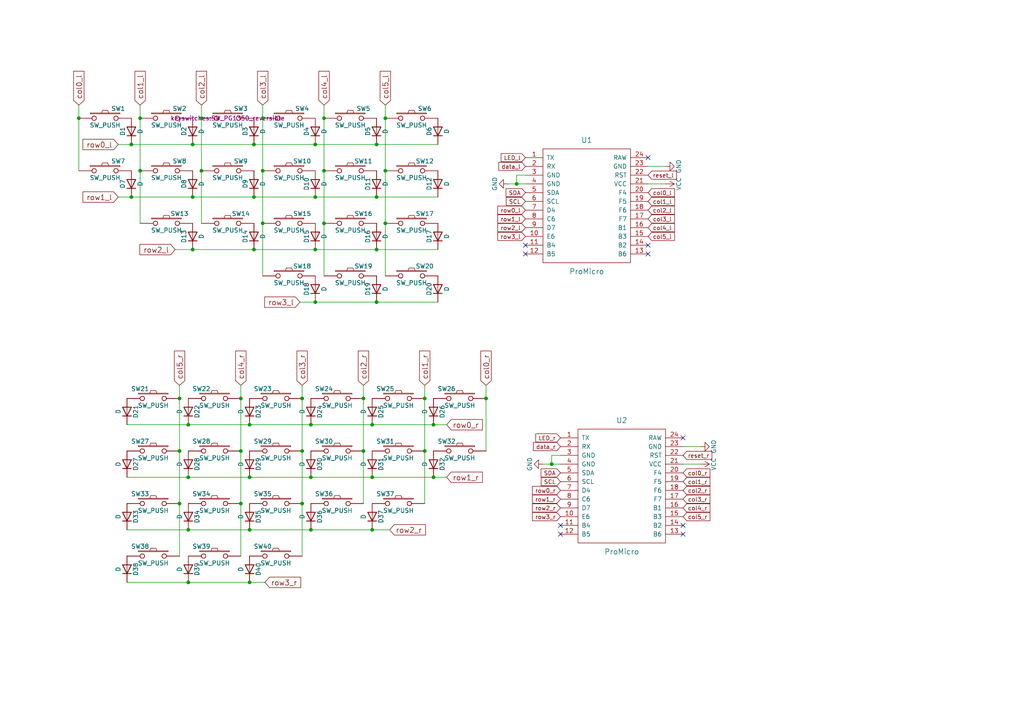
<source format=kicad_sch>
(kicad_sch (version 20211123) (generator eeschema)
  (paper "A4")
  (lib_symbols
    (symbol "Device:D" (pin_numbers hide) (pin_names (offset 1.016) hide)
      (property "Reference" "D" (at 0 2.54 0))
      (property "Value" "D" (at 0 -2.54 0))
      (symbol "D_0_1"
        (polyline (pts (xy -1.27 1.27) (xy -1.27 -1.27)) (stroke (width 0.254)))
        (polyline (pts (xy 1.27 0) (xy -1.27 0)))
        (polyline (pts (xy 1.27 1.27) (xy 1.27 -1.27) (xy -1.27 0) (xy 1.27 1.27)) (stroke (width 0.254)))
      )
      (symbol "D_1_1"
        (pin passive line (at -3.81 0 0) (length 2.54) (name "K") (number "1"))
        (pin passive line (at 3.81 0 180) (length 2.54) (name "A") (number "2"))
      )
    )
    (symbol "corne-light-rescue:ProMicro-kbd" (pin_names (offset 1.016))
      (property "Reference" "U" (at 0 24.13 0))
      (property "Value" "corne-light-rescue_ProMicro-kbd" (at 0 -13.97 0))
      (symbol "ProMicro-kbd_0_1"
        (rectangle (start -12.7 21.59) (end 12.7 -11.43))
      )
      (symbol "ProMicro-kbd_1_1"
        (pin bidirectional line (at -17.78 19.05 0) (length 5.08) (name "TX") (number "1"))
        (pin bidirectional line (at -17.78 -3.81 0) (length 5.08) (name "E6") (number "10"))
        (pin bidirectional line (at -17.78 -6.35 0) (length 5.08) (name "B4") (number "11"))
        (pin bidirectional line (at -17.78 -8.89 0) (length 5.08) (name "B5") (number "12"))
        (pin bidirectional line (at 17.78 -8.89 180) (length 5.08) (name "B6") (number "13"))
        (pin bidirectional line (at 17.78 -6.35 180) (length 5.08) (name "B2") (number "14"))
        (pin bidirectional line (at 17.78 -3.81 180) (length 5.08) (name "B3") (number "15"))
        (pin bidirectional line (at 17.78 -1.27 180) (length 5.08) (name "B1") (number "16"))
        (pin bidirectional line (at 17.78 1.27 180) (length 5.08) (name "F7") (number "17"))
        (pin bidirectional line (at 17.78 3.81 180) (length 5.08) (name "F6") (number "18"))
        (pin bidirectional line (at 17.78 6.35 180) (length 5.08) (name "F5") (number "19"))
        (pin bidirectional line (at -17.78 16.51 0) (length 5.08) (name "RX") (number "2"))
        (pin bidirectional line (at 17.78 8.89 180) (length 5.08) (name "F4") (number "20"))
        (pin power_in line (at 17.78 11.43 180) (length 5.08) (name "VCC") (number "21"))
        (pin input line (at 17.78 13.97 180) (length 5.08) (name "RST") (number "22"))
        (pin power_in line (at 17.78 16.51 180) (length 5.08) (name "GND") (number "23"))
        (pin power_out line (at 17.78 19.05 180) (length 5.08) (name "RAW") (number "24"))
        (pin power_in line (at -17.78 13.97 0) (length 5.08) (name "GND") (number "3"))
        (pin power_in line (at -17.78 11.43 0) (length 5.08) (name "GND") (number "4"))
        (pin bidirectional line (at -17.78 8.89 0) (length 5.08) (name "SDA") (number "5"))
        (pin bidirectional line (at -17.78 6.35 0) (length 5.08) (name "SCL") (number "6"))
        (pin bidirectional line (at -17.78 3.81 0) (length 5.08) (name "D4") (number "7"))
        (pin bidirectional line (at -17.78 1.27 0) (length 5.08) (name "C6") (number "8"))
        (pin bidirectional line (at -17.78 -1.27 0) (length 5.08) (name "D7") (number "9"))
      )
    )
    (symbol "corne-light-rescue:SW_PUSH-kbd" (pin_numbers hide) (pin_names (offset 1.016) hide)
      (property "Reference" "SW" (at 3.81 2.794 0))
      (property "Value" "corne-light-rescue_SW_PUSH-kbd" (at 0 -2.032 0))
      (symbol "SW_PUSH-kbd_0_1"
        (rectangle (start -4.318 1.27) (end 4.318 1.524))
        (polyline (pts (xy -1.016 1.524) (xy -0.762 2.286) (xy 0.762 2.286) (xy 1.016 1.524)))
        (pin passive inverted (at -7.62 0 0) (length 5.08) (name "1") (number "1"))
        (pin passive inverted (at 7.62 0 180) (length 5.08) (name "2") (number "2"))
      )
    )
    (symbol "power:GND" (power) (pin_names (offset 0))
      (property "Value" "GND" (at 0 -3.81 0))
      (symbol "GND_0_1"
        (polyline (pts (xy 0 0) (xy 0 -1.27) (xy 1.27 -1.27) (xy 0 -2.54) (xy -1.27 -1.27) (xy 0 -1.27)))
      )
      (symbol "GND_1_1"
        (pin power_in line (at 0 0 270) (length 0) hide (name "GND") (number "1"))
      )
    )
    (symbol "power:VCC" (power) (pin_names (offset 0))
      (property "Value" "VCC" (at 0 3.81 0))
      (symbol "VCC_0_1"
        (polyline (pts (xy -0.762 1.27) (xy 0 2.54)))
        (polyline (pts (xy 0 0) (xy 0 2.54)))
        (polyline (pts (xy 0 2.54) (xy 0.762 1.27)))
      )
      (symbol "VCC_1_1"
        (pin power_in line (at 0 0 90) (length 0) hide (name "VCC") (number "1"))
      )
    )
  )
  (junction (at 123.19 115.57))
  (junction (at 91.44 72.39))
  (junction (at 125.73 123.19))
  (junction (at 91.44 87.63))
  (junction (at 69.85 130.81))
  (junction (at 52.07 115.57))
  (junction (at 111.76 34.29))
  (junction (at 54.61 123.19))
  (junction (at 160.02 134.62))
  (junction (at 54.61 168.91))
  (junction (at 93.98 34.29))
  (junction (at 76.2 49.53))
  (junction (at 55.88 57.15))
  (junction (at 90.17 123.19))
  (junction (at 109.22 87.63))
  (junction (at 73.66 41.91))
  (junction (at 87.63 146.05))
  (junction (at 58.42 34.29))
  (junction (at 109.22 72.39))
  (junction (at 54.61 153.67))
  (junction (at 90.17 153.67))
  (junction (at 111.76 49.53))
  (junction (at 73.66 57.15))
  (junction (at 107.95 123.19))
  (junction (at 72.39 123.19))
  (junction (at 140.97 115.57))
  (junction (at 69.85 115.57))
  (junction (at 105.41 115.57))
  (junction (at 52.07 130.81))
  (junction (at 40.64 34.29))
  (junction (at 72.39 138.43))
  (junction (at 38.1 41.91))
  (junction (at 76.2 34.29))
  (junction (at 58.42 49.53))
  (junction (at 91.44 57.15))
  (junction (at 91.44 41.91))
  (junction (at 76.2 64.77))
  (junction (at 149.86 53.34))
  (junction (at 109.22 57.15))
  (junction (at 93.98 49.53))
  (junction (at 125.73 138.43))
  (junction (at 38.1 57.15))
  (junction (at 54.61 138.43))
  (junction (at 107.95 153.67))
  (junction (at 69.85 146.05))
  (junction (at 109.22 41.91))
  (junction (at 111.76 64.77))
  (junction (at 107.95 138.43))
  (junction (at 72.39 168.91))
  (junction (at 93.98 64.77))
  (junction (at 72.39 153.67))
  (junction (at 73.66 72.39))
  (junction (at 87.63 115.57))
  (junction (at 40.64 49.53))
  (junction (at 123.19 130.81))
  (junction (at 105.41 130.81))
  (junction (at 55.88 41.91))
  (junction (at 87.63 130.81))
  (junction (at 90.17 138.43))
  (junction (at 55.88 72.39))
  (junction (at 52.07 146.05))
  (junction (at 22.86 34.29))
  (no_connect (at 162.56 154.94))
  (no_connect (at 198.12 154.94))
  (no_connect (at 198.12 127))
  (no_connect (at 187.96 45.72))
  (no_connect (at 187.96 73.66))
  (no_connect (at 152.4 73.66))
  (no_connect (at 198.12 152.4))
  (no_connect (at 162.56 152.4))
  (no_connect (at 152.4 71.12))
  (no_connect (at 187.96 71.12))
  (wire (pts (xy 76.2 64.77) (xy 76.2 80.01)))
  (wire (pts (xy 90.17 123.19) (xy 72.39 123.19)))
  (wire (pts (xy 93.98 30.48) (xy 93.98 34.29)))
  (wire (pts (xy 52.07 130.81) (xy 52.07 146.05)))
  (wire (pts (xy 52.07 146.05) (xy 52.07 161.29)))
  (wire (pts (xy 187.96 53.34) (xy 193.04 53.34)))
  (wire (pts (xy 93.98 34.29) (xy 93.98 49.53)))
  (wire (pts (xy 69.85 146.05) (xy 69.85 161.29)))
  (wire (pts (xy 72.39 123.19) (xy 54.61 123.19)))
  (wire (pts (xy 72.39 153.67) (xy 54.61 153.67)))
  (wire (pts (xy 105.41 130.81) (xy 105.41 146.05)))
  (wire (pts (xy 69.85 115.57) (xy 69.85 130.81)))
  (wire (pts (xy 129.54 123.19) (xy 125.73 123.19)))
  (wire (pts (xy 107.95 123.19) (xy 90.17 123.19)))
  (wire (pts (xy 93.98 49.53) (xy 93.98 64.77)))
  (wire (pts (xy 109.22 57.15) (xy 127 57.15)))
  (wire (pts (xy 105.41 111.76) (xy 105.41 115.57)))
  (wire (pts (xy 162.56 132.08) (xy 160.02 132.08)))
  (wire (pts (xy 111.76 49.53) (xy 111.76 64.77)))
  (wire (pts (xy 54.61 168.91) (xy 36.83 168.91)))
  (wire (pts (xy 76.835 168.91) (xy 72.39 168.91)))
  (wire (pts (xy 149.86 50.8) (xy 149.86 53.34)))
  (wire (pts (xy 69.85 111.76) (xy 69.85 115.57)))
  (wire (pts (xy 123.19 130.81) (xy 123.19 146.05)))
  (wire (pts (xy 87.63 130.81) (xy 87.63 146.05)))
  (wire (pts (xy 38.1 41.91) (xy 55.88 41.91)))
  (wire (pts (xy 22.86 34.29) (xy 22.86 49.53)))
  (wire (pts (xy 34.29 41.91) (xy 38.1 41.91)))
  (wire (pts (xy 34.29 57.15) (xy 38.1 57.15)))
  (wire (pts (xy 52.07 115.57) (xy 52.07 130.81)))
  (wire (pts (xy 198.12 134.62) (xy 203.2 134.62)))
  (wire (pts (xy 69.85 130.81) (xy 69.85 146.05)))
  (wire (pts (xy 87.63 146.05) (xy 87.63 161.29)))
  (wire (pts (xy 52.07 111.76) (xy 52.07 115.57)))
  (wire (pts (xy 54.61 123.19) (xy 36.83 123.19)))
  (wire (pts (xy 90.17 138.43) (xy 72.39 138.43)))
  (wire (pts (xy 109.22 72.39) (xy 127 72.39)))
  (wire (pts (xy 109.22 87.63) (xy 127 87.63)))
  (wire (pts (xy 54.61 153.67) (xy 36.83 153.67)))
  (wire (pts (xy 87.63 115.57) (xy 87.63 130.81)))
  (wire (pts (xy 22.86 30.48) (xy 22.86 34.29)))
  (wire (pts (xy 40.64 30.48) (xy 40.64 34.29)))
  (wire (pts (xy 140.97 115.57) (xy 140.97 130.81)))
  (wire (pts (xy 55.88 57.15) (xy 73.66 57.15)))
  (wire (pts (xy 111.76 64.77) (xy 111.76 80.01)))
  (wire (pts (xy 50.8 72.39) (xy 55.88 72.39)))
  (wire (pts (xy 73.66 72.39) (xy 91.44 72.39)))
  (wire (pts (xy 147.32 53.34) (xy 149.86 53.34)))
  (wire (pts (xy 91.44 72.39) (xy 109.22 72.39)))
  (wire (pts (xy 111.76 30.48) (xy 111.76 34.29)))
  (wire (pts (xy 58.42 30.48) (xy 58.42 34.29)))
  (wire (pts (xy 93.98 64.77) (xy 93.98 80.01)))
  (wire (pts (xy 187.96 48.26) (xy 193.04 48.26)))
  (wire (pts (xy 105.41 115.57) (xy 105.41 130.81)))
  (wire (pts (xy 58.42 34.29) (xy 58.42 49.53)))
  (wire (pts (xy 91.44 87.63) (xy 109.22 87.63)))
  (wire (pts (xy 76.2 30.48) (xy 76.2 34.29)))
  (wire (pts (xy 125.73 123.19) (xy 107.95 123.19)))
  (wire (pts (xy 73.66 57.15) (xy 91.44 57.15)))
  (wire (pts (xy 76.2 49.53) (xy 76.2 64.77)))
  (wire (pts (xy 54.61 138.43) (xy 36.83 138.43)))
  (wire (pts (xy 40.64 34.29) (xy 40.64 49.53)))
  (wire (pts (xy 140.97 111.76) (xy 140.97 115.57)))
  (wire (pts (xy 160.02 134.62) (xy 162.56 134.62)))
  (wire (pts (xy 129.54 138.43) (xy 125.73 138.43)))
  (wire (pts (xy 109.22 41.91) (xy 127 41.91)))
  (wire (pts (xy 72.39 138.43) (xy 54.61 138.43)))
  (wire (pts (xy 107.95 153.67) (xy 90.17 153.67)))
  (wire (pts (xy 73.66 41.91) (xy 91.44 41.91)))
  (wire (pts (xy 91.44 41.91) (xy 109.22 41.91)))
  (wire (pts (xy 149.86 53.34) (xy 152.4 53.34)))
  (wire (pts (xy 72.39 168.91) (xy 54.61 168.91)))
  (wire (pts (xy 113.03 153.67) (xy 107.95 153.67)))
  (wire (pts (xy 107.95 138.43) (xy 90.17 138.43)))
  (wire (pts (xy 87.63 111.76) (xy 87.63 115.57)))
  (wire (pts (xy 91.44 57.15) (xy 109.22 57.15)))
  (wire (pts (xy 76.2 34.29) (xy 76.2 49.53)))
  (wire (pts (xy 125.73 138.43) (xy 107.95 138.43)))
  (wire (pts (xy 157.48 134.62) (xy 160.02 134.62)))
  (wire (pts (xy 38.1 57.15) (xy 55.88 57.15)))
  (wire (pts (xy 123.19 115.57) (xy 123.19 130.81)))
  (wire (pts (xy 123.19 111.76) (xy 123.19 115.57)))
  (wire (pts (xy 55.88 41.91) (xy 73.66 41.91)))
  (wire (pts (xy 160.02 132.08) (xy 160.02 134.62)))
  (wire (pts (xy 198.12 129.54) (xy 203.2 129.54)))
  (wire (pts (xy 40.64 49.53) (xy 40.64 64.77)))
  (wire (pts (xy 58.42 49.53) (xy 58.42 64.77)))
  (wire (pts (xy 55.88 72.39) (xy 73.66 72.39)))
  (wire (pts (xy 86.995 87.63) (xy 91.44 87.63)))
  (wire (pts (xy 111.76 34.29) (xy 111.76 49.53)))
  (wire (pts (xy 90.17 153.67) (xy 72.39 153.67)))
  (wire (pts (xy 152.4 50.8) (xy 149.86 50.8)))
  (global_label "row2_l" (shape input) (at 152.4 66.04 180) (effects (font (size 1.1938 1.1938))) (property "Intersheet References" "${INTERSHEET_REFS}" (effects hide)))
  (global_label "row3_l" (shape input) (at 152.4 68.58 180) (effects (font (size 1.1938 1.1938))) (property "Intersheet References" "${INTERSHEET_REFS}" (effects hide)))
  (global_label "reset_l" (shape input) (at 187.96 50.8 0) (effects (font (size 1.1938 1.1938))) (property "Intersheet References" "${INTERSHEET_REFS}" (effects hide)))
  (global_label "data_r" (shape input) (at 162.56 129.54 180) (effects (font (size 1.1938 1.1938))) (property "Intersheet References" "${INTERSHEET_REFS}" (effects hide)))
  (global_label "col4_r" (shape input) (at 69.85 111.76 90) (effects (font (size 1.524 1.524))) (property "Intersheet References" "${INTERSHEET_REFS}" (effects hide)))
  (global_label "row0_l" (shape input) (at 34.29 41.91 180) (effects (font (size 1.524 1.524))) (property "Intersheet References" "${INTERSHEET_REFS}" (effects hide)))
  (global_label "col3_r" (shape input) (at 198.12 144.78 0) (effects (font (size 1.1938 1.1938))) (property "Intersheet References" "${INTERSHEET_REFS}" (effects hide)))
  (global_label "reset_r" (shape input) (at 198.12 132.08 0) (effects (font (size 1.1938 1.1938))) (property "Intersheet References" "${INTERSHEET_REFS}" (effects hide)))
  (global_label "SDA" (shape input) (at 162.56 137.16 180) (effects (font (size 1.1938 1.1938))) (property "Intersheet References" "${INTERSHEET_REFS}" (effects hide)))
  (global_label "col1_r" (shape input) (at 123.19 111.76 90) (effects (font (size 1.524 1.524))) (property "Intersheet References" "${INTERSHEET_REFS}" (effects hide)))
  (global_label "col1_l" (shape input) (at 187.96 58.42 0) (effects (font (size 1.1938 1.1938))) (property "Intersheet References" "${INTERSHEET_REFS}" (effects hide)))
  (global_label "col3_l" (shape input) (at 76.2 30.48 90) (effects (font (size 1.524 1.524))) (property "Intersheet References" "${INTERSHEET_REFS}" (effects hide)))
  (global_label "col0_l" (shape input) (at 22.86 30.48 90) (effects (font (size 1.524 1.524))) (property "Intersheet References" "${INTERSHEET_REFS}" (effects hide)))
  (global_label "row1_r" (shape input) (at 162.56 144.78 180) (effects (font (size 1.1938 1.1938))) (property "Intersheet References" "${INTERSHEET_REFS}" (effects hide)))
  (global_label "col2_l" (shape input) (at 187.96 60.96 0) (effects (font (size 1.1938 1.1938))) (property "Intersheet References" "${INTERSHEET_REFS}" (effects hide)))
  (global_label "row0_r" (shape input) (at 162.56 142.24 180) (effects (font (size 1.1938 1.1938))) (property "Intersheet References" "${INTERSHEET_REFS}" (effects hide)))
  (global_label "col2_l" (shape input) (at 58.42 30.48 90) (effects (font (size 1.524 1.524))) (property "Intersheet References" "${INTERSHEET_REFS}" (effects hide)))
  (global_label "row1_r" (shape input) (at 129.54 138.43 0) (effects (font (size 1.524 1.524))) (property "Intersheet References" "${INTERSHEET_REFS}" (effects hide)))
  (global_label "col0_r" (shape input) (at 198.12 137.16 0) (effects (font (size 1.1938 1.1938))) (property "Intersheet References" "${INTERSHEET_REFS}" (effects hide)))
  (global_label "row0_l" (shape input) (at 152.4 60.96 180) (effects (font (size 1.1938 1.1938))) (property "Intersheet References" "${INTERSHEET_REFS}" (effects hide)))
  (global_label "col0_r" (shape input) (at 140.97 111.76 90) (effects (font (size 1.524 1.524))) (property "Intersheet References" "${INTERSHEET_REFS}" (effects hide)))
  (global_label "col5_l" (shape input) (at 187.96 68.58 0) (effects (font (size 1.1938 1.1938))) (property "Intersheet References" "${INTERSHEET_REFS}" (effects hide)))
  (global_label "col3_r" (shape input) (at 87.63 111.76 90) (effects (font (size 1.524 1.524))) (property "Intersheet References" "${INTERSHEET_REFS}" (effects hide)))
  (global_label "col3_l" (shape input) (at 187.96 63.5 0) (effects (font (size 1.1938 1.1938))) (property "Intersheet References" "${INTERSHEET_REFS}" (effects hide)))
  (global_label "row2_l" (shape input) (at 50.8 72.39 180) (effects (font (size 1.524 1.524))) (property "Intersheet References" "${INTERSHEET_REFS}" (effects hide)))
  (global_label "SDA" (shape input) (at 152.4 55.88 180) (effects (font (size 1.1938 1.1938))) (property "Intersheet References" "${INTERSHEET_REFS}" (effects hide)))
  (global_label "LED_l" (shape input) (at 152.4 45.72 180) (effects (font (size 1.1938 1.1938))) (property "Intersheet References" "${INTERSHEET_REFS}" (effects hide)))
  (global_label "row3_r" (shape input) (at 162.56 149.86 180) (effects (font (size 1.1938 1.1938))) (property "Intersheet References" "${INTERSHEET_REFS}" (effects hide)))
  (global_label "col0_l" (shape input) (at 187.96 55.88 0) (effects (font (size 1.1938 1.1938))) (property "Intersheet References" "${INTERSHEET_REFS}" (effects hide)))
  (global_label "data_l" (shape input) (at 152.4 48.26 180) (effects (font (size 1.1938 1.1938))) (property "Intersheet References" "${INTERSHEET_REFS}" (effects hide)))
  (global_label "row3_l" (shape input) (at 86.995 87.63 180) (effects (font (size 1.524 1.524))) (property "Intersheet References" "${INTERSHEET_REFS}" (effects hide)))
  (global_label "col5_r" (shape input) (at 198.12 149.86 0) (effects (font (size 1.1938 1.1938))) (property "Intersheet References" "${INTERSHEET_REFS}" (effects hide)))
  (global_label "row0_r" (shape input) (at 129.54 123.19 0) (effects (font (size 1.524 1.524))) (property "Intersheet References" "${INTERSHEET_REFS}" (effects hide)))
  (global_label "col4_l" (shape input) (at 187.96 66.04 0) (effects (font (size 1.1938 1.1938))) (property "Intersheet References" "${INTERSHEET_REFS}" (effects hide)))
  (global_label "row1_l" (shape input) (at 34.29 57.15 180) (effects (font (size 1.524 1.524))) (property "Intersheet References" "${INTERSHEET_REFS}" (effects hide)))
  (global_label "col5_r" (shape input) (at 52.07 111.76 90) (effects (font (size 1.524 1.524))) (property "Intersheet References" "${INTERSHEET_REFS}" (effects hide)))
  (global_label "SCL" (shape input) (at 162.56 139.7 180) (effects (font (size 1.1938 1.1938))) (property "Intersheet References" "${INTERSHEET_REFS}" (effects hide)))
  (global_label "row1_l" (shape input) (at 152.4 63.5 180) (effects (font (size 1.1938 1.1938))) (property "Intersheet References" "${INTERSHEET_REFS}" (effects hide)))
  (global_label "col1_r" (shape input) (at 198.12 139.7 0) (effects (font (size 1.1938 1.1938))) (property "Intersheet References" "${INTERSHEET_REFS}" (effects hide)))
  (global_label "col2_r" (shape input) (at 105.41 111.76 90) (effects (font (size 1.524 1.524))) (property "Intersheet References" "${INTERSHEET_REFS}" (effects hide)))
  (global_label "row2_r" (shape input) (at 162.56 147.32 180) (effects (font (size 1.1938 1.1938))) (property "Intersheet References" "${INTERSHEET_REFS}" (effects hide)))
  (global_label "col1_l" (shape input) (at 40.64 30.48 90) (effects (font (size 1.524 1.524))) (property "Intersheet References" "${INTERSHEET_REFS}" (effects hide)))
  (global_label "SCL" (shape input) (at 152.4 58.42 180) (effects (font (size 1.1938 1.1938))) (property "Intersheet References" "${INTERSHEET_REFS}" (effects hide)))
  (global_label "col2_r" (shape input) (at 198.12 142.24 0) (effects (font (size 1.1938 1.1938))) (property "Intersheet References" "${INTERSHEET_REFS}" (effects hide)))
  (global_label "LED_r" (shape input) (at 162.56 127 180) (effects (font (size 1.1938 1.1938))) (property "Intersheet References" "${INTERSHEET_REFS}" (effects hide)))
  (global_label "row3_r" (shape input) (at 76.835 168.91 0) (effects (font (size 1.524 1.524))) (property "Intersheet References" "${INTERSHEET_REFS}" (effects hide)))
  (global_label "col4_l" (shape input) (at 93.98 30.48 90) (effects (font (size 1.524 1.524))) (property "Intersheet References" "${INTERSHEET_REFS}" (effects hide)))
  (global_label "col5_l" (shape input) (at 111.76 30.48 90) (effects (font (size 1.524 1.524))) (property "Intersheet References" "${INTERSHEET_REFS}" (effects hide)))
  (global_label "row2_r" (shape input) (at 113.03 153.67 0) (effects (font (size 1.524 1.524))) (property "Intersheet References" "${INTERSHEET_REFS}" (effects hide)))
  (global_label "col4_r" (shape input) (at 198.12 147.32 0) (effects (font (size 1.1938 1.1938))) (property "Intersheet References" "${INTERSHEET_REFS}" (effects hide)))
  (symbol (lib_id "corne-light-rescue:SW_PUSH-kbd") (at 115.57 146.05 0) (mirror y) (unit 1)
    (property "Reference" "SW37" (at 111.76 143.256 0))
    (property "Value" "SW_PUSH" (at 115.57 148.082 0))
    (property "Footprint" "keyswitches:SW_PG1350_reversible" (effects hide))
  )
  (symbol (lib_id "Device:D") (at 72.39 149.86 270) (mirror x) (unit 1)
    (property "Reference" "D35" (at 74.93 149.86 0))
    (property "Value" "D" (at 69.85 149.86 0))
    (property "Footprint" "kbd:D3_TH" (effects hide))
  )
  (symbol (lib_id "corne-light-rescue:SW_PUSH-kbd") (at 97.79 130.81 0) (mirror y) (unit 1)
    (property "Reference" "SW30" (at 93.98 128.016 0))
    (property "Value" "SW_PUSH" (at 97.79 132.842 0))
    (property "Footprint" "keyswitches:SW_PG1350_reversible" (effects hide))
  )
  (symbol (lib_id "corne-light-rescue:SW_PUSH-kbd") (at 48.26 49.53 0) (unit 1)
    (property "Reference" "SW8" (at 52.07 46.736 0))
    (property "Value" "SW_PUSH" (at 48.26 51.562 0))
    (property "Footprint" "keyswitches:SW_PG1350_reversible" (effects hide))
  )
  (symbol (lib_id "Device:D") (at 36.83 119.38 270) (mirror x) (unit 1)
    (property "Reference" "D21" (at 39.37 119.38 0))
    (property "Value" "D" (at 34.29 119.38 0))
    (property "Footprint" "kbd:D3_TH" (effects hide))
  )
  (symbol (lib_id "Device:D") (at 125.73 134.62 270) (mirror x) (unit 1)
    (property "Reference" "D32" (at 128.27 134.62 0))
    (property "Value" "D" (at 123.19 134.62 0))
    (property "Footprint" "kbd:D3_TH" (effects hide))
  )
  (symbol (lib_id "corne-light-rescue:ProMicro-kbd") (at 170.18 64.77 0) (unit 1)
    (property "Reference" "U1" (at 170.18 40.64 0) (effects (font (size 1.524 1.524))))
    (property "Value" "ProMicro" (at 170.18 78.74 0) (effects (font (size 1.524 1.524))))
    (property "Footprint" "Boards:SPARKFUN_PRO_MICRO" (effects hide))
  )
  (symbol (lib_id "corne-light-rescue:SW_PUSH-kbd") (at 101.6 49.53 0) (unit 1)
    (property "Reference" "SW11" (at 105.41 46.736 0))
    (property "Value" "SW_PUSH" (at 101.6 51.562 0))
    (property "Footprint" "keyswitches:SW_PG1350_reversible" (effects hide))
  )
  (symbol (lib_id "corne-light-rescue:SW_PUSH-kbd") (at 80.01 130.81 0) (mirror y) (unit 1)
    (property "Reference" "SW29" (at 76.2 128.016 0))
    (property "Value" "SW_PUSH" (at 80.01 132.842 0))
    (property "Footprint" "keyswitches:SW_PG1350_reversible" (effects hide))
  )
  (symbol (lib_id "power:VCC") (at 193.04 53.34 270) (unit 1)
    (property "Reference" "#PWR0101" (effects hide))
    (property "Value" "VCC" (at 196.85 53.34 0))
  )
  (symbol (lib_id "corne-light-rescue:SW_PUSH-kbd") (at 119.38 34.29 0) (unit 1)
    (property "Reference" "SW6" (at 123.19 31.496 0))
    (property "Value" "SW_PUSH" (at 119.38 36.322 0))
    (property "Footprint" "keyswitches:SW_PG1350_reversible" (effects hide))
  )
  (symbol (lib_id "corne-light-rescue:SW_PUSH-kbd") (at 97.79 115.57 0) (mirror y) (unit 1)
    (property "Reference" "SW24" (at 93.98 112.776 0))
    (property "Value" "SW_PUSH" (at 97.79 117.602 0))
    (property "Footprint" "keyswitches:SW_PG1350_reversible" (effects hide))
  )
  (symbol (lib_id "corne-light-rescue:SW_PUSH-kbd") (at 101.6 34.29 0) (unit 1)
    (property "Reference" "SW5" (at 105.41 31.496 0))
    (property "Value" "SW_PUSH" (at 101.6 36.322 0))
    (property "Footprint" "keyswitches:SW_PG1350_reversible" (effects hide))
  )
  (symbol (lib_id "Device:D") (at 109.22 53.34 90) (unit 1)
    (property "Reference" "D11" (at 106.68 53.34 0))
    (property "Value" "D" (at 111.76 53.34 0))
    (property "Footprint" "kbd:D3_TH" (effects hide))
  )
  (symbol (lib_id "corne-light-rescue:SW_PUSH-kbd") (at 80.01 115.57 0) (mirror y) (unit 1)
    (property "Reference" "SW23" (at 76.2 112.776 0))
    (property "Value" "SW_PUSH" (at 80.01 117.602 0))
    (property "Footprint" "keyswitches:SW_PG1350_reversible" (effects hide))
  )
  (symbol (lib_id "Device:D") (at 73.66 38.1 90) (unit 1)
    (property "Reference" "D3" (at 71.12 38.1 0))
    (property "Value" "D" (at 76.2 38.1 0))
    (property "Footprint" "kbd:D3_TH" (effects hide))
  )
  (symbol (lib_id "corne-light-rescue:SW_PUSH-kbd") (at 119.38 64.77 0) (unit 1)
    (property "Reference" "SW17" (at 123.19 61.976 0))
    (property "Value" "SW_PUSH" (at 119.38 66.802 0))
    (property "Footprint" "keyswitches:SW_PG1350_reversible" (effects hide))
  )
  (symbol (lib_id "Device:D") (at 72.39 165.1 270) (mirror x) (unit 1)
    (property "Reference" "D40" (at 74.93 165.1 0))
    (property "Value" "D" (at 69.85 165.1 0))
    (property "Footprint" "kbd:D3_TH" (effects hide))
  )
  (symbol (lib_id "corne-light-rescue:SW_PUSH-kbd") (at 44.45 130.81 0) (mirror y) (unit 1)
    (property "Reference" "SW27" (at 40.64 128.016 0))
    (property "Value" "SW_PUSH" (at 44.45 132.842 0))
    (property "Footprint" "keyswitches:SW_PG1350_reversible" (effects hide))
  )
  (symbol (lib_id "corne-light-rescue:SW_PUSH-kbd") (at 30.48 34.29 0) (unit 1)
    (property "Reference" "SW1" (at 34.29 31.496 0))
    (property "Value" "SW_PUSH" (at 30.48 36.322 0))
    (property "Footprint" "keyswitches:SW_PG1350_reversible" (effects hide))
  )
  (symbol (lib_id "Device:D") (at 55.88 38.1 90) (unit 1)
    (property "Reference" "D2" (at 53.34 38.1 0))
    (property "Value" "D" (at 58.42 38.1 0))
    (property "Footprint" "kbd:D3_TH" (effects hide))
  )
  (symbol (lib_id "Device:D") (at 54.61 119.38 270) (mirror x) (unit 1)
    (property "Reference" "D22" (at 57.15 119.38 0))
    (property "Value" "D" (at 52.07 119.38 0))
    (property "Footprint" "kbd:D3_TH" (effects hide))
  )
  (symbol (lib_id "corne-light-rescue:SW_PUSH-kbd") (at 83.82 64.77 0) (unit 1)
    (property "Reference" "SW15" (at 87.63 61.976 0))
    (property "Value" "SW_PUSH" (at 83.82 66.802 0))
    (property "Footprint" "keyswitches:SW_PG1350_reversible" (effects hide))
  )
  (symbol (lib_id "Device:D") (at 36.83 165.1 270) (mirror x) (unit 1)
    (property "Reference" "D38" (at 39.37 165.1 0))
    (property "Value" "D" (at 34.29 165.1 0))
    (property "Footprint" "kbd:D3_TH" (effects hide))
  )
  (symbol (lib_id "corne-light-rescue:SW_PUSH-kbd") (at 97.79 146.05 0) (mirror y) (unit 1)
    (property "Reference" "SW36" (at 93.98 143.256 0))
    (property "Value" "SW_PUSH" (at 97.79 148.082 0))
    (property "Footprint" "keyswitches:SW_PG1350_reversible" (effects hide))
  )
  (symbol (lib_id "Device:D") (at 36.83 149.86 270) (mirror x) (unit 1)
    (property "Reference" "D33" (at 39.37 149.86 0))
    (property "Value" "D" (at 34.29 149.86 0))
    (property "Footprint" "kbd:D3_TH" (effects hide))
  )
  (symbol (lib_id "corne-light-rescue:SW_PUSH-kbd") (at 66.04 49.53 0) (unit 1)
    (property "Reference" "SW9" (at 69.85 46.736 0))
    (property "Value" "SW_PUSH" (at 66.04 51.562 0))
    (property "Footprint" "keyswitches:SW_PG1350_reversible" (effects hide))
  )
  (symbol (lib_id "corne-light-rescue:SW_PUSH-kbd") (at 119.38 49.53 0) (unit 1)
    (property "Reference" "SW12" (at 123.19 46.736 0))
    (property "Value" "SW_PUSH" (at 119.38 51.562 0))
    (property "Footprint" "keyswitches:SW_PG1350_reversible" (effects hide))
  )
  (symbol (lib_id "power:GND") (at 203.2 129.54 90) (unit 1)
    (property "Reference" "#PWR0105" (effects hide))
    (property "Value" "GND" (at 207.01 129.54 0))
  )
  (symbol (lib_id "Device:D") (at 73.66 68.58 90) (unit 1)
    (property "Reference" "D14" (at 71.12 68.58 0))
    (property "Value" "D" (at 76.2 68.58 0))
    (property "Footprint" "kbd:D3_TH" (effects hide))
  )
  (symbol (lib_id "corne-light-rescue:SW_PUSH-kbd") (at 62.23 146.05 0) (mirror y) (unit 1)
    (property "Reference" "SW34" (at 58.42 143.256 0))
    (property "Value" "SW_PUSH" (at 62.23 148.082 0))
    (property "Footprint" "keyswitches:SW_PG1350_reversible" (effects hide))
  )
  (symbol (lib_id "corne-light-rescue:SW_PUSH-kbd") (at 80.01 146.05 0) (mirror y) (unit 1)
    (property "Reference" "SW35" (at 76.2 143.256 0))
    (property "Value" "SW_PUSH" (at 80.01 148.082 0))
    (property "Footprint" "keyswitches:SW_PG1350_reversible" (effects hide))
  )
  (symbol (lib_id "corne-light-rescue:SW_PUSH-kbd") (at 133.35 115.57 0) (mirror y) (unit 1)
    (property "Reference" "SW26" (at 129.54 112.776 0))
    (property "Value" "SW_PUSH" (at 133.35 117.602 0))
    (property "Footprint" "keyswitches:SW_PG1350_reversible" (effects hide))
  )
  (symbol (lib_id "power:VCC") (at 203.2 134.62 270) (unit 1)
    (property "Reference" "#PWR0104" (effects hide))
    (property "Value" "VCC" (at 207.01 134.62 0))
  )
  (symbol (lib_id "Device:D") (at 91.44 83.82 90) (unit 1)
    (property "Reference" "D18" (at 88.9 83.82 0))
    (property "Value" "D" (at 93.98 83.82 0))
    (property "Footprint" "kbd:D3_TH" (effects hide))
  )
  (symbol (lib_id "Device:D") (at 127 83.82 90) (unit 1)
    (property "Reference" "D20" (at 124.46 83.82 0))
    (property "Value" "D" (at 129.54 83.82 0))
    (property "Footprint" "kbd:D3_TH" (effects hide))
  )
  (symbol (lib_id "corne-light-rescue:SW_PUSH-kbd") (at 30.48 49.53 0) (unit 1)
    (property "Reference" "SW7" (at 34.29 46.736 0))
    (property "Value" "SW_PUSH" (at 30.48 51.562 0))
    (property "Footprint" "keyswitches:SW_PG1350_reversible" (effects hide))
  )
  (symbol (lib_id "corne-light-rescue:SW_PUSH-kbd") (at 115.57 130.81 0) (mirror y) (unit 1)
    (property "Reference" "SW31" (at 111.76 128.016 0))
    (property "Value" "SW_PUSH" (at 115.57 132.842 0))
    (property "Footprint" "keyswitches:SW_PG1350_reversible" (effects hide))
  )
  (symbol (lib_id "corne-light-rescue:SW_PUSH-kbd") (at 62.23 115.57 0) (mirror y) (unit 1)
    (property "Reference" "SW22" (at 58.42 112.776 0))
    (property "Value" "SW_PUSH" (at 62.23 117.602 0))
    (property "Footprint" "keyswitches:SW_PG1350_reversible" (effects hide))
  )
  (symbol (lib_id "Device:D") (at 55.88 68.58 90) (unit 1)
    (property "Reference" "D13" (at 53.34 68.58 0))
    (property "Value" "D" (at 58.42 68.58 0))
    (property "Footprint" "kbd:D3_TH" (effects hide))
  )
  (symbol (lib_id "corne-light-rescue:SW_PUSH-kbd") (at 44.45 115.57 0) (mirror y) (unit 1)
    (property "Reference" "SW21" (at 40.64 112.776 0))
    (property "Value" "SW_PUSH" (at 44.45 117.602 0))
    (property "Footprint" "keyswitches:SW_PG1350_reversible" (effects hide))
  )
  (symbol (lib_id "corne-light-rescue:SW_PUSH-kbd") (at 66.04 64.77 0) (unit 1)
    (property "Reference" "SW14" (at 69.85 61.976 0))
    (property "Value" "SW_PUSH" (at 66.04 66.802 0))
    (property "Footprint" "keyswitches:SW_PG1350_reversible" (effects hide))
  )
  (symbol (lib_id "corne-light-rescue:ProMicro-kbd") (at 180.34 146.05 0) (unit 1)
    (property "Reference" "U2" (at 180.34 121.92 0) (effects (font (size 1.524 1.524))))
    (property "Value" "ProMicro" (at 180.34 160.02 0) (effects (font (size 1.524 1.524))))
    (property "Footprint" "Boards:SPARKFUN_PRO_MICRO" (effects hide))
  )
  (symbol (lib_id "Device:D") (at 55.88 53.34 90) (unit 1)
    (property "Reference" "D8" (at 53.34 53.34 0))
    (property "Value" "D" (at 58.42 53.34 0))
    (property "Footprint" "kbd:D3_TH" (effects hide))
  )
  (symbol (lib_id "Device:D") (at 127 38.1 90) (unit 1)
    (property "Reference" "D6" (at 124.46 38.1 0))
    (property "Value" "D" (at 129.54 38.1 0))
    (property "Footprint" "kbd:D3_TH" (effects hide))
  )
  (symbol (lib_id "corne-light-rescue:SW_PUSH-kbd") (at 48.26 34.29 0) (unit 1)
    (property "Reference" "SW2" (at 52.07 31.496 0))
    (property "Value" "SW_PUSH" (at 48.26 36.322 0))
    (property "Footprint" "keyswitches:SW_PG1350_reversible" (effects hide))
  )
  (symbol (lib_id "Device:D") (at 107.95 149.86 270) (mirror x) (unit 1)
    (property "Reference" "D37" (at 110.49 149.86 0))
    (property "Value" "D" (at 105.41 149.86 0))
    (property "Footprint" "kbd:D3_TH" (effects hide))
  )
  (symbol (lib_id "corne-light-rescue:SW_PUSH-kbd") (at 115.57 115.57 0) (mirror y) (unit 1)
    (property "Reference" "SW25" (at 111.76 112.776 0))
    (property "Value" "SW_PUSH" (at 115.57 117.602 0))
    (property "Footprint" "keyswitches:SW_PG1350_reversible" (effects hide))
  )
  (symbol (lib_id "corne-light-rescue:SW_PUSH-kbd") (at 62.23 130.81 0) (mirror y) (unit 1)
    (property "Reference" "SW28" (at 58.42 128.016 0))
    (property "Value" "SW_PUSH" (at 62.23 132.842 0))
    (property "Footprint" "keyswitches:SW_PG1350_reversible" (effects hide))
  )
  (symbol (lib_id "Device:D") (at 90.17 119.38 270) (mirror x) (unit 1)
    (property "Reference" "D24" (at 92.71 119.38 0))
    (property "Value" "D" (at 87.63 119.38 0))
    (property "Footprint" "kbd:D3_TH" (effects hide))
  )
  (symbol (lib_id "Device:D") (at 107.95 134.62 270) (mirror x) (unit 1)
    (property "Reference" "D31" (at 110.49 134.62 0))
    (property "Value" "D" (at 105.41 134.62 0))
    (property "Footprint" "kbd:D3_TH" (effects hide))
  )
  (symbol (lib_id "corne-light-rescue:SW_PUSH-kbd") (at 80.01 161.29 0) (mirror y) (unit 1)
    (property "Reference" "SW40" (at 76.2 158.496 0))
    (property "Value" "SW_PUSH" (at 80.01 163.322 0))
    (property "Footprint" "keyswitches:SW_PG1350_reversible" (effects hide))
  )
  (symbol (lib_id "Device:D") (at 91.44 68.58 90) (unit 1)
    (property "Reference" "D15" (at 88.9 68.58 0))
    (property "Value" "D" (at 93.98 68.58 0))
    (property "Footprint" "kbd:D3_TH" (effects hide))
  )
  (symbol (lib_id "corne-light-rescue:SW_PUSH-kbd") (at 62.23 161.29 0) (mirror y) (unit 1)
    (property "Reference" "SW39" (at 58.42 158.496 0))
    (property "Value" "SW_PUSH" (at 62.23 163.322 0))
    (property "Footprint" "keyswitches:SW_PG1350_reversible" (effects hide))
  )
  (symbol (lib_id "Device:D") (at 91.44 38.1 90) (unit 1)
    (property "Reference" "D4" (at 88.9 38.1 0))
    (property "Value" "D" (at 93.98 38.1 0))
    (property "Footprint" "kbd:D3_TH" (effects hide))
  )
  (symbol (lib_id "Device:D") (at 109.22 83.82 90) (unit 1)
    (property "Reference" "D19" (at 106.68 83.82 0))
    (property "Value" "D" (at 111.76 83.82 0))
    (property "Footprint" "kbd:D3_TH" (effects hide))
  )
  (symbol (lib_id "Device:D") (at 90.17 134.62 270) (mirror x) (unit 1)
    (property "Reference" "D30" (at 92.71 134.62 0))
    (property "Value" "D" (at 87.63 134.62 0))
    (property "Footprint" "kbd:D3_TH" (effects hide))
  )
  (symbol (lib_id "corne-light-rescue:SW_PUSH-kbd") (at 83.82 80.01 0) (unit 1)
    (property "Reference" "SW18" (at 87.63 77.216 0))
    (property "Value" "SW_PUSH" (at 83.82 82.042 0))
    (property "Footprint" "keyswitches:SW_PG1350_reversible" (effects hide))
  )
  (symbol (lib_id "Device:D") (at 127 68.58 90) (unit 1)
    (property "Reference" "D17" (at 124.46 68.58 0))
    (property "Value" "D" (at 129.54 68.58 0))
    (property "Footprint" "kbd:D3_TH" (effects hide))
  )
  (symbol (lib_id "Device:D") (at 72.39 119.38 270) (mirror x) (unit 1)
    (property "Reference" "D23" (at 74.93 119.38 0))
    (property "Value" "D" (at 69.85 119.38 0))
    (property "Footprint" "kbd:D3_TH" (effects hide))
  )
  (symbol (lib_id "Device:D") (at 109.22 38.1 90) (unit 1)
    (property "Reference" "D5" (at 106.68 38.1 0))
    (property "Value" "D" (at 111.76 38.1 0))
    (property "Footprint" "kbd:D3_TH" (effects hide))
  )
  (symbol (lib_id "corne-light-rescue:SW_PUSH-kbd") (at 83.82 34.29 0) (unit 1)
    (property "Reference" "SW4" (at 87.63 31.496 0))
    (property "Value" "SW_PUSH" (at 83.82 36.322 0))
    (property "Footprint" "keyswitches:SW_PG1350_reversible" (effects hide))
  )
  (symbol (lib_id "Device:D") (at 36.83 134.62 270) (mirror x) (unit 1)
    (property "Reference" "D27" (at 39.37 134.62 0))
    (property "Value" "D" (at 34.29 134.62 0))
    (property "Footprint" "kbd:D3_TH" (effects hide))
  )
  (symbol (lib_id "corne-light-rescue:SW_PUSH-kbd") (at 101.6 64.77 0) (unit 1)
    (property "Reference" "SW16" (at 105.41 61.976 0))
    (property "Value" "SW_PUSH" (at 101.6 66.802 0))
    (property "Footprint" "keyswitches:SW_PG1350_reversible" (effects hide))
  )
  (symbol (lib_id "corne-light-rescue:SW_PUSH-kbd") (at 83.82 49.53 0) (unit 1)
    (property "Reference" "SW10" (at 87.63 46.736 0))
    (property "Value" "SW_PUSH" (at 83.82 51.562 0))
    (property "Footprint" "keyswitches:SW_PG1350_reversible" (effects hide))
  )
  (symbol (lib_id "corne-light-rescue:SW_PUSH-kbd") (at 66.04 34.29 0) (unit 1)
    (property "Reference" "SW3" (at 69.85 31.496 0))
    (property "Value" "SW_PUSH" (at 66.04 36.322 0))
    (property "Footprint" "keyswitches:SW_PG1350_reversible" (at 66.04 34.29 0))
  )
  (symbol (lib_id "Device:D") (at 109.22 68.58 90) (unit 1)
    (property "Reference" "D16" (at 106.68 68.58 0))
    (property "Value" "D" (at 111.76 68.58 0))
    (property "Footprint" "kbd:D3_TH" (effects hide))
  )
  (symbol (lib_id "corne-light-rescue:SW_PUSH-kbd") (at 133.35 130.81 0) (mirror y) (unit 1)
    (property "Reference" "SW32" (at 129.54 128.016 0))
    (property "Value" "SW_PUSH" (at 133.35 132.842 0))
    (property "Footprint" "keyswitches:SW_PG1350_reversible" (effects hide))
  )
  (symbol (lib_id "corne-light-rescue:SW_PUSH-kbd") (at 44.45 146.05 0) (mirror y) (unit 1)
    (property "Reference" "SW33" (at 40.64 143.256 0))
    (property "Value" "SW_PUSH" (at 44.45 148.082 0))
    (property "Footprint" "keyswitches:SW_PG1350_reversible" (effects hide))
  )
  (symbol (lib_id "Device:D") (at 54.61 134.62 270) (mirror x) (unit 1)
    (property "Reference" "D28" (at 57.15 134.62 0))
    (property "Value" "D" (at 52.07 134.62 0))
    (property "Footprint" "kbd:D3_TH" (effects hide))
  )
  (symbol (lib_id "Device:D") (at 72.39 134.62 270) (mirror x) (unit 1)
    (property "Reference" "D29" (at 74.93 134.62 0))
    (property "Value" "D" (at 69.85 134.62 0))
    (property "Footprint" "kbd:D3_TH" (effects hide))
  )
  (symbol (lib_id "Device:D") (at 38.1 38.1 90) (unit 1)
    (property "Reference" "D1" (at 35.56 38.1 0))
    (property "Value" "D" (at 40.64 38.1 0))
    (property "Footprint" "kbd:D3_TH" (effects hide))
  )
  (symbol (lib_id "Device:D") (at 107.95 119.38 270) (mirror x) (unit 1)
    (property "Reference" "D25" (at 110.49 119.38 0))
    (property "Value" "D" (at 105.41 119.38 0))
    (property "Footprint" "kbd:D3_TH" (effects hide))
  )
  (symbol (lib_id "power:GND") (at 147.32 53.34 270) (unit 1)
    (property "Reference" "#PWR0103" (effects hide))
    (property "Value" "GND" (at 143.51 53.34 0))
  )
  (symbol (lib_id "Device:D") (at 38.1 53.34 90) (unit 1)
    (property "Reference" "D7" (at 35.56 53.34 0))
    (property "Value" "D" (at 40.64 53.34 0))
    (property "Footprint" "kbd:D3_TH" (effects hide))
  )
  (symbol (lib_id "corne-light-rescue:SW_PUSH-kbd") (at 101.6 80.01 0) (unit 1)
    (property "Reference" "SW19" (at 105.41 77.216 0))
    (property "Value" "SW_PUSH" (at 101.6 82.042 0))
    (property "Footprint" "keyswitches:SW_PG1350_reversible" (effects hide))
  )
  (symbol (lib_id "Device:D") (at 54.61 165.1 270) (mirror x) (unit 1)
    (property "Reference" "D39" (at 57.15 165.1 0))
    (property "Value" "D" (at 52.07 165.1 0))
    (property "Footprint" "kbd:D3_TH" (effects hide))
  )
  (symbol (lib_id "corne-light-rescue:SW_PUSH-kbd") (at 44.45 161.29 0) (mirror y) (unit 1)
    (property "Reference" "SW38" (at 40.64 158.496 0))
    (property "Value" "SW_PUSH" (at 44.45 163.322 0))
    (property "Footprint" "keyswitches:SW_PG1350_reversible" (effects hide))
  )
  (symbol (lib_id "Device:D") (at 73.66 53.34 90) (unit 1)
    (property "Reference" "D9" (at 71.12 53.34 0))
    (property "Value" "D" (at 76.2 53.34 0))
    (property "Footprint" "kbd:D3_TH" (effects hide))
  )
  (symbol (lib_id "power:GND") (at 157.48 134.62 270) (unit 1)
    (property "Reference" "#PWR0106" (effects hide))
    (property "Value" "GND" (at 153.67 134.62 0))
  )
  (symbol (lib_id "Device:D") (at 127 53.34 90) (unit 1)
    (property "Reference" "D12" (at 124.46 53.34 0))
    (property "Value" "D" (at 129.54 53.34 0))
    (property "Footprint" "kbd:D3_TH" (effects hide))
  )
  (symbol (lib_id "Device:D") (at 91.44 53.34 90) (unit 1)
    (property "Reference" "D10" (at 88.9 53.34 0))
    (property "Value" "D" (at 93.98 53.34 0))
    (property "Footprint" "kbd:D3_TH" (effects hide))
  )
  (symbol (lib_id "Device:D") (at 54.61 149.86 270) (mirror x) (unit 1)
    (property "Reference" "D34" (at 57.15 149.86 0))
    (property "Value" "D" (at 52.07 149.86 0))
    (property "Footprint" "kbd:D3_TH" (effects hide))
  )
  (symbol (lib_id "power:GND") (at 193.04 48.26 90) (unit 1)
    (property "Reference" "#PWR0102" (effects hide))
    (property "Value" "GND" (at 196.85 48.26 0))
  )
  (symbol (lib_id "Device:D") (at 125.73 119.38 270) (mirror x) (unit 1)
    (property "Reference" "D26" (at 128.27 119.38 0))
    (property "Value" "D" (at 123.19 119.38 0))
    (property "Footprint" "kbd:D3_TH" (effects hide))
  )
  (symbol (lib_id "Device:D") (at 90.17 149.86 270) (mirror x) (unit 1)
    (property "Reference" "D36" (at 92.71 149.86 0))
    (property "Value" "D" (at 87.63 149.86 0))
    (property "Footprint" "kbd:D3_TH" (effects hide))
  )
  (symbol (lib_id "corne-light-rescue:SW_PUSH-kbd") (at 48.26 64.77 0) (unit 1)
    (property "Reference" "SW13" (at 52.07 61.976 0))
    (property "Value" "SW_PUSH" (at 48.26 66.802 0))
    (property "Footprint" "keyswitches:SW_PG1350_reversible" (effects hide))
  )
  (symbol (lib_id "corne-light-rescue:SW_PUSH-kbd") (at 119.38 80.01 0) (unit 1)
    (property "Reference" "SW20" (at 123.19 77.216 0))
    (property "Value" "SW_PUSH" (at 119.38 82.042 0))
    (property "Footprint" "keyswitches:SW_PG1350_reversible" (effects hide))
  )
)
</source>
